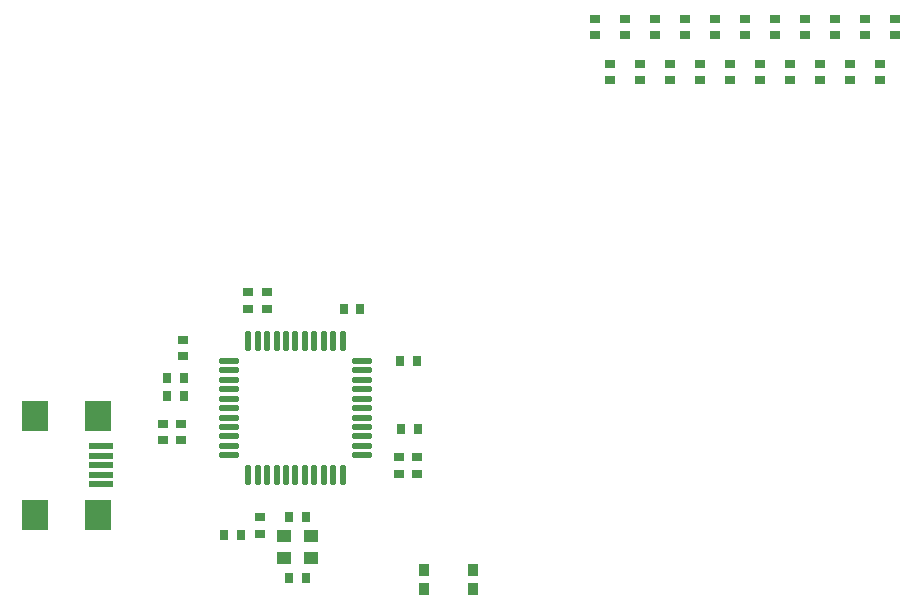
<source format=gtp>
%FSAX42Y42*%
%MOMM*%
G71*
G01*
G75*
G04 Layer_Color=8421504*
%ADD10R,1.30X1.05*%
%ADD11R,0.80X0.90*%
%ADD12O,0.55X1.75*%
%ADD13O,1.75X0.55*%
%ADD14R,0.90X0.80*%
%ADD15R,2.20X2.50*%
%ADD16R,2.00X0.50*%
%ADD17R,0.90X1.00*%
%ADD18C,0.51*%
%ADD19C,0.25*%
%ADD20C,0.60*%
%ADD21C,0.40*%
%ADD22C,1.00*%
%ADD23C,0.70*%
%ADD24C,0.50*%
%ADD25C,0.80*%
%ADD26C,5.89*%
%ADD27R,1.50X1.50*%
%ADD28C,1.50*%
%ADD29R,1.50X1.50*%
%ADD30C,1.50*%
%ADD31R,1.50X1.50*%
%ADD32C,1.75*%
%ADD33R,1.50X1.50*%
%ADD34C,1.02*%
%ADD35C,0.20*%
%ADD36C,0.60*%
%ADD37C,0.25*%
%ADD38C,0.20*%
%ADD39C,0.18*%
%ADD40R,2.03X2.03*%
D10*
X007730Y008369D02*
D03*
Y008184D02*
D03*
X007500D02*
D03*
Y008369D02*
D03*
D11*
X006649Y009550D02*
D03*
X006509D02*
D03*
X006649Y009703D02*
D03*
X006509D02*
D03*
X008621Y009851D02*
D03*
X008481D02*
D03*
X008143Y010287D02*
D03*
X008003D02*
D03*
X008490Y009271D02*
D03*
X008630D02*
D03*
X007682Y008530D02*
D03*
X007542D02*
D03*
Y008009D02*
D03*
X007682D02*
D03*
X007131Y008378D02*
D03*
X006991D02*
D03*
D12*
X007195Y010014D02*
D03*
X007275D02*
D03*
X007355D02*
D03*
X007435D02*
D03*
X007515D02*
D03*
X007595D02*
D03*
X007675D02*
D03*
X007755D02*
D03*
X007835D02*
D03*
X007915D02*
D03*
X007995D02*
D03*
Y008884D02*
D03*
X007915D02*
D03*
X007835D02*
D03*
X007755D02*
D03*
X007675D02*
D03*
X007595D02*
D03*
X007515D02*
D03*
X007435D02*
D03*
X007355D02*
D03*
X007275D02*
D03*
X007195D02*
D03*
D13*
X008160Y009849D02*
D03*
Y009769D02*
D03*
Y009689D02*
D03*
Y009609D02*
D03*
Y009529D02*
D03*
Y009449D02*
D03*
Y009369D02*
D03*
Y009289D02*
D03*
Y009209D02*
D03*
Y009129D02*
D03*
Y009049D02*
D03*
X007030D02*
D03*
Y009129D02*
D03*
Y009209D02*
D03*
Y009289D02*
D03*
Y009369D02*
D03*
Y009449D02*
D03*
Y009529D02*
D03*
Y009609D02*
D03*
Y009689D02*
D03*
Y009769D02*
D03*
Y009849D02*
D03*
D14*
X008628Y009032D02*
D03*
Y008892D02*
D03*
X008475Y008892D02*
D03*
Y009032D02*
D03*
X006629Y009316D02*
D03*
Y009176D02*
D03*
X006477Y009176D02*
D03*
Y009316D02*
D03*
X006646Y009887D02*
D03*
Y010027D02*
D03*
X007193Y010429D02*
D03*
Y010289D02*
D03*
X007358Y010429D02*
D03*
Y010289D02*
D03*
X007294Y008384D02*
D03*
Y008524D02*
D03*
X010135Y012605D02*
D03*
Y012745D02*
D03*
X012675Y012745D02*
D03*
Y012605D02*
D03*
X012548Y012364D02*
D03*
Y012224D02*
D03*
X012294Y012364D02*
D03*
Y012224D02*
D03*
X012167Y012605D02*
D03*
Y012745D02*
D03*
X012040Y012364D02*
D03*
Y012224D02*
D03*
X011913Y012605D02*
D03*
Y012745D02*
D03*
X011786Y012364D02*
D03*
Y012224D02*
D03*
X011659Y012605D02*
D03*
Y012745D02*
D03*
X011532Y012364D02*
D03*
Y012224D02*
D03*
X011405Y012605D02*
D03*
Y012745D02*
D03*
X011278Y012364D02*
D03*
Y012224D02*
D03*
X011151Y012605D02*
D03*
Y012745D02*
D03*
X011024Y012364D02*
D03*
Y012224D02*
D03*
X010897Y012605D02*
D03*
Y012745D02*
D03*
X010770Y012364D02*
D03*
Y012224D02*
D03*
X010643Y012605D02*
D03*
Y012745D02*
D03*
X010516Y012364D02*
D03*
Y012224D02*
D03*
X010389Y012605D02*
D03*
Y012745D02*
D03*
X010262Y012364D02*
D03*
Y012224D02*
D03*
X012421Y012605D02*
D03*
Y012745D02*
D03*
D15*
X005390Y009386D02*
D03*
Y008546D02*
D03*
X005920D02*
D03*
Y009386D02*
D03*
D16*
X005945Y008806D02*
D03*
Y008886D02*
D03*
Y008966D02*
D03*
Y009046D02*
D03*
Y009126D02*
D03*
D17*
X008685Y007921D02*
D03*
X009095D02*
D03*
Y008081D02*
D03*
X008685D02*
D03*
M02*

</source>
